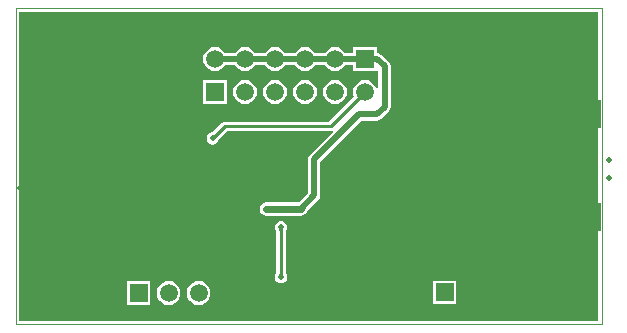
<source format=gbl>
G04 Layer_Physical_Order=2*
G04 Layer_Color=16711680*
%FSLAX25Y25*%
%MOIN*%
G70*
G01*
G75*
%ADD16R,0.20000X0.09508*%
%ADD18C,0.01000*%
%ADD20C,0.02362*%
%ADD21C,0.01969*%
%ADD22C,0.00394*%
%ADD23C,0.05906*%
%ADD24R,0.05906X0.05906*%
%ADD25R,0.08661X0.08661*%
%ADD26C,0.01969*%
%ADD27C,0.02362*%
G36*
X194280Y1220D02*
X1220D01*
Y104280D01*
X194280D01*
Y1220D01*
D02*
G37*
%LPC*%
G36*
X88500Y34523D02*
X87726Y34369D01*
X87069Y33931D01*
X86631Y33274D01*
X86477Y32500D01*
X86631Y31726D01*
X86971Y31217D01*
Y17033D01*
X86631Y16524D01*
X86477Y15750D01*
X86631Y14976D01*
X87069Y14319D01*
X87726Y13881D01*
X88500Y13727D01*
X89274Y13881D01*
X89931Y14319D01*
X90369Y14976D01*
X90523Y15750D01*
X90369Y16524D01*
X90029Y17033D01*
Y31217D01*
X90369Y31726D01*
X90523Y32500D01*
X90369Y33274D01*
X89931Y33931D01*
X89274Y34369D01*
X88500Y34523D01*
D02*
G37*
G36*
X51000Y14487D02*
X49968Y14351D01*
X49007Y13953D01*
X48181Y13319D01*
X47547Y12493D01*
X47149Y11532D01*
X47013Y10500D01*
X47149Y9468D01*
X47547Y8507D01*
X48181Y7681D01*
X49007Y7047D01*
X49968Y6649D01*
X51000Y6513D01*
X52032Y6649D01*
X52993Y7047D01*
X53819Y7681D01*
X54453Y8507D01*
X54851Y9468D01*
X54987Y10500D01*
X54851Y11532D01*
X54453Y12493D01*
X53819Y13319D01*
X52993Y13953D01*
X52032Y14351D01*
X51000Y14487D01*
D02*
G37*
G36*
X61000D02*
X59968Y14351D01*
X59007Y13953D01*
X58181Y13319D01*
X57547Y12493D01*
X57149Y11532D01*
X57013Y10500D01*
X57149Y9468D01*
X57547Y8507D01*
X58181Y7681D01*
X59007Y7047D01*
X59968Y6649D01*
X61000Y6513D01*
X62032Y6649D01*
X62993Y7047D01*
X63819Y7681D01*
X64453Y8507D01*
X64851Y9468D01*
X64987Y10500D01*
X64851Y11532D01*
X64453Y12493D01*
X63819Y13319D01*
X62993Y13953D01*
X62032Y14351D01*
X61000Y14487D01*
D02*
G37*
G36*
X44953Y14453D02*
X37047D01*
Y6547D01*
X44953D01*
Y14453D01*
D02*
G37*
G36*
X146953Y14650D02*
X139047D01*
Y6744D01*
X146953D01*
Y14650D01*
D02*
G37*
G36*
X106500Y81487D02*
X105468Y81351D01*
X104507Y80953D01*
X103681Y80319D01*
X103047Y79493D01*
X102649Y78532D01*
X102513Y77500D01*
X102649Y76468D01*
X103047Y75507D01*
X103681Y74681D01*
X104507Y74047D01*
X105468Y73649D01*
X106500Y73513D01*
X107532Y73649D01*
X108493Y74047D01*
X109319Y74681D01*
X109953Y75507D01*
X110351Y76468D01*
X110487Y77500D01*
X110351Y78532D01*
X109953Y79493D01*
X109319Y80319D01*
X108493Y80953D01*
X107532Y81351D01*
X106500Y81487D01*
D02*
G37*
G36*
X70453Y81453D02*
X62547D01*
Y73547D01*
X70453D01*
Y81453D01*
D02*
G37*
G36*
X106500Y92487D02*
X105468Y92351D01*
X104507Y91953D01*
X103681Y91319D01*
X103070Y90523D01*
X99930D01*
X99319Y91319D01*
X98493Y91953D01*
X97532Y92351D01*
X96500Y92487D01*
X95468Y92351D01*
X94507Y91953D01*
X93681Y91319D01*
X93070Y90523D01*
X89930D01*
X89319Y91319D01*
X88493Y91953D01*
X87532Y92351D01*
X86500Y92487D01*
X85468Y92351D01*
X84507Y91953D01*
X83681Y91319D01*
X83070Y90523D01*
X79930D01*
X79319Y91319D01*
X78493Y91953D01*
X77532Y92351D01*
X76500Y92487D01*
X75468Y92351D01*
X74507Y91953D01*
X73681Y91319D01*
X73070Y90523D01*
X69930D01*
X69319Y91319D01*
X68493Y91953D01*
X67532Y92351D01*
X66500Y92487D01*
X65468Y92351D01*
X64507Y91953D01*
X63681Y91319D01*
X63047Y90493D01*
X62649Y89532D01*
X62513Y88500D01*
X62649Y87468D01*
X63047Y86507D01*
X63681Y85681D01*
X64507Y85047D01*
X65468Y84649D01*
X66500Y84513D01*
X67532Y84649D01*
X68493Y85047D01*
X69319Y85681D01*
X69930Y86477D01*
X73070D01*
X73681Y85681D01*
X74507Y85047D01*
X75468Y84649D01*
X76500Y84513D01*
X77532Y84649D01*
X78493Y85047D01*
X79319Y85681D01*
X79930Y86477D01*
X83070D01*
X83681Y85681D01*
X84507Y85047D01*
X85468Y84649D01*
X86500Y84513D01*
X87532Y84649D01*
X88493Y85047D01*
X89319Y85681D01*
X89930Y86477D01*
X93070D01*
X93681Y85681D01*
X94507Y85047D01*
X95468Y84649D01*
X96500Y84513D01*
X97532Y84649D01*
X98493Y85047D01*
X99319Y85681D01*
X99930Y86477D01*
X103070D01*
X103681Y85681D01*
X104507Y85047D01*
X105468Y84649D01*
X106500Y84513D01*
X107532Y84649D01*
X108493Y85047D01*
X109319Y85681D01*
X109930Y86477D01*
X112547D01*
Y84547D01*
X120453D01*
Y84547D01*
X120953Y84725D01*
X120977Y84709D01*
Y77893D01*
X120944Y77856D01*
X120705Y77876D01*
X120419Y78017D01*
X120351Y78532D01*
X119953Y79493D01*
X119319Y80319D01*
X118493Y80953D01*
X117532Y81351D01*
X116500Y81487D01*
X115468Y81351D01*
X114507Y80953D01*
X113681Y80319D01*
X113047Y79493D01*
X112649Y78532D01*
X112513Y77500D01*
X112649Y76468D01*
X112841Y76004D01*
X104367Y67529D01*
X69750D01*
X69165Y67413D01*
X68669Y67081D01*
X65575Y63988D01*
X64976Y63869D01*
X64319Y63431D01*
X63881Y62774D01*
X63727Y62000D01*
X63881Y61226D01*
X64319Y60569D01*
X64976Y60131D01*
X65750Y59977D01*
X66524Y60131D01*
X67181Y60569D01*
X67619Y61226D01*
X67738Y61826D01*
X70384Y64471D01*
X105000D01*
X105502Y64570D01*
X105698Y64358D01*
X105797Y64158D01*
X98069Y56431D01*
X97631Y55774D01*
X97477Y55000D01*
Y43838D01*
X94363Y40724D01*
X83644D01*
X82793Y40555D01*
X82071Y40073D01*
X81589Y39351D01*
X81420Y38500D01*
X81589Y37649D01*
X82071Y36928D01*
X82793Y36445D01*
X83644Y36276D01*
X95000D01*
X95851Y36445D01*
X96573Y36928D01*
X97054Y37649D01*
X97066Y37705D01*
X100931Y41569D01*
X101369Y42226D01*
X101523Y43000D01*
Y54162D01*
X115338Y67977D01*
X120500D01*
X121274Y68131D01*
X121931Y68569D01*
X124431Y71069D01*
X124869Y71726D01*
X125023Y72500D01*
Y86000D01*
X124869Y86774D01*
X124431Y87431D01*
X121931Y89931D01*
X121274Y90369D01*
X120500Y90523D01*
X120453D01*
Y92453D01*
X112547D01*
Y90523D01*
X109930D01*
X109319Y91319D01*
X108493Y91953D01*
X107532Y92351D01*
X106500Y92487D01*
D02*
G37*
G36*
X76500Y81487D02*
X75468Y81351D01*
X74507Y80953D01*
X73681Y80319D01*
X73047Y79493D01*
X72649Y78532D01*
X72513Y77500D01*
X72649Y76468D01*
X73047Y75507D01*
X73681Y74681D01*
X74507Y74047D01*
X75468Y73649D01*
X76500Y73513D01*
X77532Y73649D01*
X78493Y74047D01*
X79319Y74681D01*
X79953Y75507D01*
X80351Y76468D01*
X80487Y77500D01*
X80351Y78532D01*
X79953Y79493D01*
X79319Y80319D01*
X78493Y80953D01*
X77532Y81351D01*
X76500Y81487D01*
D02*
G37*
G36*
X86500D02*
X85468Y81351D01*
X84507Y80953D01*
X83681Y80319D01*
X83047Y79493D01*
X82649Y78532D01*
X82513Y77500D01*
X82649Y76468D01*
X83047Y75507D01*
X83681Y74681D01*
X84507Y74047D01*
X85468Y73649D01*
X86500Y73513D01*
X87532Y73649D01*
X88493Y74047D01*
X89319Y74681D01*
X89953Y75507D01*
X90351Y76468D01*
X90487Y77500D01*
X90351Y78532D01*
X89953Y79493D01*
X89319Y80319D01*
X88493Y80953D01*
X87532Y81351D01*
X86500Y81487D01*
D02*
G37*
G36*
X96500Y81487D02*
X95468Y81351D01*
X94507Y80953D01*
X93681Y80319D01*
X93047Y79493D01*
X92649Y78532D01*
X92513Y77500D01*
X92649Y76468D01*
X93047Y75507D01*
X93681Y74681D01*
X94507Y74047D01*
X95468Y73649D01*
X96500Y73513D01*
X97532Y73649D01*
X98493Y74047D01*
X99319Y74681D01*
X99953Y75507D01*
X100351Y76468D01*
X100487Y77500D01*
X100351Y78532D01*
X99953Y79493D01*
X99319Y80319D01*
X98493Y80953D01*
X97532Y81351D01*
X96500Y81487D01*
D02*
G37*
%LPD*%
G36*
X89153Y31756D02*
X89121Y31708D01*
X89093Y31653D01*
X89068Y31591D01*
X89047Y31521D01*
X89030Y31443D01*
X89017Y31359D01*
X89008Y31267D01*
X89000Y31062D01*
X88000D01*
X87998Y31168D01*
X87983Y31359D01*
X87970Y31443D01*
X87953Y31521D01*
X87932Y31591D01*
X87907Y31653D01*
X87879Y31708D01*
X87847Y31756D01*
X87811Y31797D01*
X89189D01*
X89153Y31756D01*
D02*
G37*
G36*
X89002Y17082D02*
X89017Y16891D01*
X89030Y16807D01*
X89047Y16729D01*
X89068Y16659D01*
X89093Y16597D01*
X89121Y16542D01*
X89153Y16494D01*
X89189Y16453D01*
X87811D01*
X87847Y16494D01*
X87879Y16542D01*
X87907Y16597D01*
X87932Y16659D01*
X87953Y16729D01*
X87970Y16807D01*
X87983Y16891D01*
X87992Y16983D01*
X88000Y17188D01*
X89000D01*
X89002Y17082D01*
D02*
G37*
D16*
X11772Y35724D02*
D03*
Y70236D02*
D03*
X185000D02*
D03*
Y35724D02*
D03*
D18*
X88500Y15750D02*
Y32500D01*
X65750Y62000D02*
X69750Y66000D01*
X105000D01*
X116500Y77500D01*
D20*
X83644Y38500D02*
X95000D01*
D21*
X99500Y43000D01*
Y55000D01*
X66500Y88500D02*
X76500D01*
X86500D01*
X96500D01*
X106500D01*
X116500D01*
X120500D01*
X123000Y72500D02*
Y86000D01*
X120500Y88500D02*
X123000Y86000D01*
X99500Y55000D02*
X114500Y70000D01*
X120500D01*
X123000Y72500D01*
D22*
X0Y0D02*
Y16000D01*
Y0D02*
X195500D01*
Y105500D01*
X0D02*
X195500D01*
X0Y16000D02*
Y105500D01*
D23*
X116500Y77500D02*
D03*
X106500D02*
D03*
X96500D02*
D03*
X86500Y77500D02*
D03*
X76500D02*
D03*
X66500Y99500D02*
D03*
X76500D02*
D03*
X86500D02*
D03*
X96500D02*
D03*
X106500D02*
D03*
X66500Y88500D02*
D03*
X76500Y88500D02*
D03*
X86500D02*
D03*
X96500D02*
D03*
X106500D02*
D03*
X133000Y10697D02*
D03*
X61000Y10500D02*
D03*
X51000D02*
D03*
D24*
X66500Y77500D02*
D03*
X116500Y99500D02*
D03*
Y88500D02*
D03*
X143000Y10697D02*
D03*
X41000Y10500D02*
D03*
D25*
X92000Y51000D02*
D03*
D26*
X79000Y33000D02*
D03*
X99000Y62500D02*
D03*
X87500D02*
D03*
X78500Y58500D02*
D03*
X123000Y36000D02*
D03*
X91500Y35000D02*
D03*
X84000Y29000D02*
D03*
X88500Y15750D02*
D03*
Y32500D02*
D03*
X95000Y38500D02*
D03*
X83644D02*
D03*
X76000Y33500D02*
D03*
X101000Y38500D02*
D03*
Y34000D02*
D03*
Y28000D02*
D03*
X90500Y7000D02*
D03*
X80000D02*
D03*
X64000Y37500D02*
D03*
X62500Y35500D02*
D03*
X65750Y62000D02*
D03*
X92000Y62500D02*
D03*
X115500Y20500D02*
D03*
X103000Y46000D02*
D03*
Y43000D02*
D03*
X54500Y62000D02*
D03*
X58500Y64500D02*
D03*
X137500Y24500D02*
D03*
X131500Y20000D02*
D03*
X134000Y24000D02*
D03*
X197821Y54887D02*
D03*
Y48982D02*
D03*
X193055Y45494D02*
D03*
X187150D02*
D03*
X181244D02*
D03*
X175339D02*
D03*
X169692Y47222D02*
D03*
X163786D02*
D03*
X157881D02*
D03*
X151975D02*
D03*
X146070D02*
D03*
X140164D02*
D03*
X134259D02*
D03*
X128353D02*
D03*
X122448D02*
D03*
X116542D02*
D03*
X110637D02*
D03*
X110731Y58738D02*
D03*
X116636D02*
D03*
X122542D02*
D03*
X128447D02*
D03*
X134353D02*
D03*
X140258D02*
D03*
X146164D02*
D03*
X152069D02*
D03*
X157975D02*
D03*
X163881D02*
D03*
X169786D02*
D03*
X175433Y60466D02*
D03*
X181339D02*
D03*
X187244D02*
D03*
X193149D02*
D03*
X22385Y60365D02*
D03*
X28063Y58743D02*
D03*
X33969Y58745D02*
D03*
X39874Y58747D02*
D03*
X45780Y58748D02*
D03*
X51686Y58750D02*
D03*
X72024Y47240D02*
D03*
X66118Y47239D02*
D03*
X60213Y47237D02*
D03*
X54307Y47235D02*
D03*
X48401Y47233D02*
D03*
X42496Y47232D02*
D03*
X36590Y47230D02*
D03*
X30685Y47228D02*
D03*
X24780Y47226D02*
D03*
X19134Y45494D02*
D03*
X13228D02*
D03*
X7323D02*
D03*
X1418Y45562D02*
D03*
X3606Y60466D02*
D03*
X9512D02*
D03*
X15417D02*
D03*
X3398Y12421D02*
D03*
Y24232D02*
D03*
Y83287D02*
D03*
Y95098D02*
D03*
X15209Y12421D02*
D03*
Y24232D02*
D03*
Y83287D02*
D03*
Y95098D02*
D03*
X27020Y12421D02*
D03*
Y24232D02*
D03*
Y36043D02*
D03*
Y71476D02*
D03*
Y83287D02*
D03*
Y95098D02*
D03*
X38831Y24232D02*
D03*
Y36043D02*
D03*
Y71476D02*
D03*
Y83287D02*
D03*
Y95098D02*
D03*
X50642Y36043D02*
D03*
Y71476D02*
D03*
Y83287D02*
D03*
Y95098D02*
D03*
X62453Y71476D02*
D03*
Y83287D02*
D03*
Y95098D02*
D03*
X74264Y12421D02*
D03*
Y24232D02*
D03*
Y83287D02*
D03*
X86075D02*
D03*
X97886Y12421D02*
D03*
Y83287D02*
D03*
X109697Y12421D02*
D03*
Y36043D02*
D03*
Y83287D02*
D03*
X121508Y12421D02*
D03*
X133319Y36043D02*
D03*
Y71476D02*
D03*
Y83287D02*
D03*
Y95098D02*
D03*
X145130Y36043D02*
D03*
Y71476D02*
D03*
Y83287D02*
D03*
Y95098D02*
D03*
X156941Y12421D02*
D03*
Y24232D02*
D03*
Y36043D02*
D03*
Y71476D02*
D03*
Y83287D02*
D03*
Y95098D02*
D03*
X168752Y12421D02*
D03*
Y24232D02*
D03*
Y36043D02*
D03*
Y71476D02*
D03*
Y83287D02*
D03*
Y95098D02*
D03*
X180563Y12421D02*
D03*
Y24232D02*
D03*
Y83287D02*
D03*
Y95098D02*
D03*
D27*
X92000Y51000D02*
D03*
X94362Y48638D02*
D03*
X89638D02*
D03*
X94362Y53362D02*
D03*
X89638D02*
D03*
M02*

</source>
